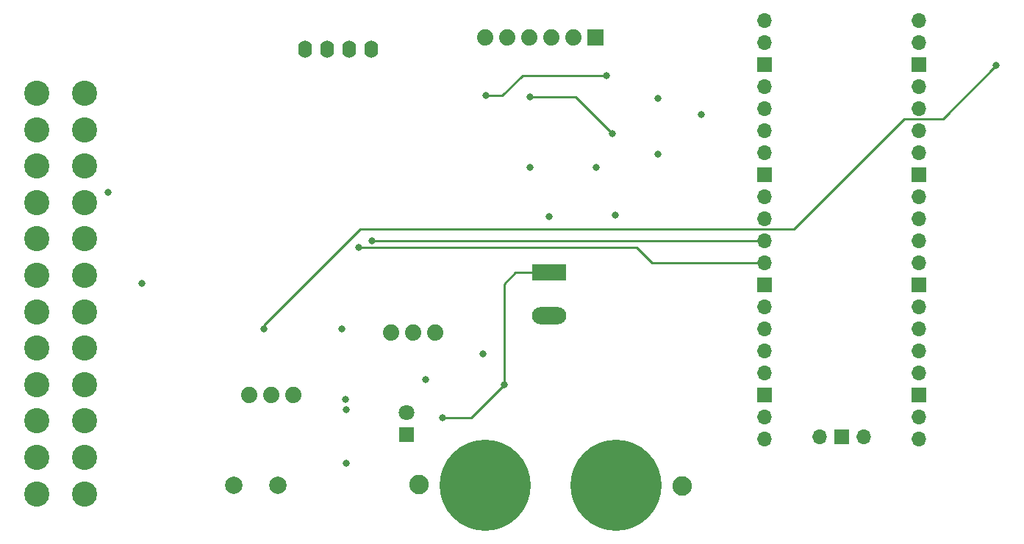
<source format=gbr>
%TF.GenerationSoftware,KiCad,Pcbnew,6.0.2+dfsg-1*%
%TF.CreationDate,2023-01-31T14:14:15-05:00*%
%TF.ProjectId,atx-power-fixture,6174782d-706f-4776-9572-2d6669787475,1.0*%
%TF.SameCoordinates,Original*%
%TF.FileFunction,Copper,L2,Inr*%
%TF.FilePolarity,Positive*%
%FSLAX46Y46*%
G04 Gerber Fmt 4.6, Leading zero omitted, Abs format (unit mm)*
G04 Created by KiCad (PCBNEW 6.0.2+dfsg-1) date 2023-01-31 14:14:15*
%MOMM*%
%LPD*%
G01*
G04 APERTURE LIST*
%TA.AperFunction,ComponentPad*%
%ADD10C,2.247900*%
%TD*%
%TA.AperFunction,ComponentPad*%
%ADD11C,10.500000*%
%TD*%
%TA.AperFunction,ComponentPad*%
%ADD12C,2.898140*%
%TD*%
%TA.AperFunction,ComponentPad*%
%ADD13R,3.960000X1.980000*%
%TD*%
%TA.AperFunction,ComponentPad*%
%ADD14O,3.960000X1.980000*%
%TD*%
%TA.AperFunction,ComponentPad*%
%ADD15O,1.600000X2.000000*%
%TD*%
%TA.AperFunction,ComponentPad*%
%ADD16O,1.700000X1.700000*%
%TD*%
%TA.AperFunction,ComponentPad*%
%ADD17R,1.700000X1.700000*%
%TD*%
%TA.AperFunction,ComponentPad*%
%ADD18C,1.879600*%
%TD*%
%TA.AperFunction,ComponentPad*%
%ADD19R,1.879600X1.879600*%
%TD*%
%TA.AperFunction,ComponentPad*%
%ADD20R,1.800000X1.800000*%
%TD*%
%TA.AperFunction,ComponentPad*%
%ADD21C,1.800000*%
%TD*%
%TA.AperFunction,ComponentPad*%
%ADD22C,2.000000*%
%TD*%
%TA.AperFunction,ViaPad*%
%ADD23C,0.800000*%
%TD*%
%TA.AperFunction,Conductor*%
%ADD24C,0.250000*%
%TD*%
G04 APERTURE END LIST*
D10*
%TO.N,GND*%
%TO.C,J3*%
X165229375Y-107900000D03*
D11*
X157609375Y-107849200D03*
%TD*%
D10*
%TO.N,+12V*%
%TO.C,J4*%
X134870625Y-107753676D03*
D11*
X142490625Y-107804476D03*
%TD*%
D12*
%TO.N,+3V3*%
%TO.C,J1*%
X96400000Y-62599280D03*
X96400000Y-66800440D03*
%TO.N,GND*%
X96400000Y-70999060D03*
%TO.N,+5V*%
X96400000Y-75200220D03*
%TO.N,GND*%
X96400000Y-79398840D03*
%TO.N,+5V*%
X96400000Y-83600000D03*
%TO.N,GND*%
X96400000Y-87796080D03*
%TO.N,Net-(J1-Pad8)*%
X96400000Y-91997240D03*
%TO.N,unconnected-(J1-Pad9)*%
X96400000Y-96195860D03*
%TO.N,+12Vin*%
X96400000Y-100397020D03*
X96400000Y-104595640D03*
%TO.N,+3V3*%
X96400000Y-108796800D03*
X90900900Y-62599280D03*
%TO.N,unconnected-(J1-Pad14)*%
X90900900Y-66800440D03*
%TO.N,GND*%
X90900900Y-70999060D03*
%TO.N,Net-(J1-Pad16)*%
X90900900Y-75200220D03*
%TO.N,GND*%
X90900900Y-79398840D03*
X90900900Y-83600000D03*
X90900900Y-87796080D03*
%TO.N,unconnected-(J1-Pad20)*%
X90900900Y-91997240D03*
%TO.N,+5V*%
X90900900Y-96195860D03*
X90900900Y-100397020D03*
X90900900Y-104595640D03*
%TO.N,GND*%
X90900900Y-108796800D03*
%TD*%
D13*
%TO.N,IGNITION*%
%TO.C,J2*%
X149900000Y-83300000D03*
D14*
%TO.N,GND*%
X149900000Y-88300000D03*
%TD*%
D15*
%TO.N,GND*%
%TO.C,U1*%
X121780000Y-57550000D03*
%TO.N,+3V3*%
X124320000Y-57550000D03*
%TO.N,SCL*%
X126860000Y-57550000D03*
%TO.N,SDA*%
X129400000Y-57550000D03*
%TD*%
D16*
%TO.N,LocalTX*%
%TO.C,U3*%
X174700000Y-54220000D03*
%TO.N,LocalRX*%
X174700000Y-56760000D03*
D17*
%TO.N,GND*%
X174700000Y-59300000D03*
D16*
%TO.N,LocalRTS*%
X174700000Y-61840000D03*
%TO.N,LocalCTS*%
X174700000Y-64380000D03*
%TO.N,unconnected-(U3-Pad6)*%
X174700000Y-66920000D03*
%TO.N,unconnected-(U3-Pad7)*%
X174700000Y-69460000D03*
D17*
%TO.N,GND*%
X174700000Y-72000000D03*
D16*
%TO.N,unconnected-(U3-Pad9)*%
X174700000Y-74540000D03*
%TO.N,unconnected-(U3-Pad10)*%
X174700000Y-77080000D03*
%TO.N,SDA*%
X174700000Y-79620000D03*
%TO.N,SCL*%
X174700000Y-82160000D03*
D17*
%TO.N,GND*%
X174700000Y-84700000D03*
D16*
%TO.N,unconnected-(U3-Pad14)*%
X174700000Y-87240000D03*
%TO.N,unconnected-(U3-Pad15)*%
X174700000Y-89780000D03*
%TO.N,unconnected-(U3-Pad16)*%
X174700000Y-92320000D03*
%TO.N,unconnected-(U3-Pad17)*%
X174700000Y-94860000D03*
D17*
%TO.N,GND*%
X174700000Y-97400000D03*
D16*
%TO.N,unconnected-(U3-Pad19)*%
X174700000Y-99940000D03*
%TO.N,unconnected-(U3-Pad20)*%
X174700000Y-102480000D03*
%TO.N,Net-(Q2-Pad1)*%
X192480000Y-102480000D03*
%TO.N,Net-(R8-Pad2)*%
X192480000Y-99940000D03*
D17*
%TO.N,GND*%
X192480000Y-97400000D03*
D16*
X192480000Y-94860000D03*
%TO.N,unconnected-(U3-Pad25)*%
X192480000Y-92320000D03*
%TO.N,unconnected-(U3-Pad26)*%
X192480000Y-89780000D03*
%TO.N,unconnected-(U3-Pad27)*%
X192480000Y-87240000D03*
D17*
%TO.N,GND*%
X192480000Y-84700000D03*
D16*
%TO.N,unconnected-(U3-Pad29)*%
X192480000Y-82160000D03*
%TO.N,unconnected-(U3-Pad30)*%
X192480000Y-79620000D03*
%TO.N,unconnected-(U3-Pad31)*%
X192480000Y-77080000D03*
%TO.N,unconnected-(U3-Pad32)*%
X192480000Y-74540000D03*
D17*
%TO.N,GND*%
X192480000Y-72000000D03*
D16*
%TO.N,unconnected-(U3-Pad34)*%
X192480000Y-69460000D03*
%TO.N,unconnected-(U3-Pad35)*%
X192480000Y-66920000D03*
%TO.N,unconnected-(U3-Pad36)*%
X192480000Y-64380000D03*
%TO.N,unconnected-(U3-Pad37)*%
X192480000Y-61840000D03*
D17*
%TO.N,GND*%
X192480000Y-59300000D03*
D16*
%TO.N,/VSYS*%
X192480000Y-56760000D03*
%TO.N,/VBUS*%
X192480000Y-54220000D03*
%TO.N,unconnected-(U3-Pad41)*%
X181050000Y-102250000D03*
D17*
%TO.N,GND*%
X183590000Y-102250000D03*
D16*
%TO.N,unconnected-(U3-Pad43)*%
X186130000Y-102250000D03*
%TD*%
D18*
%TO.N,GND*%
%TO.C,SW2*%
X136740000Y-90200000D03*
%TO.N,Net-(R8-Pad2)*%
X134200000Y-90200000D03*
%TO.N,N/C*%
X131660000Y-90200000D03*
%TD*%
D19*
%TO.N,GND*%
%TO.C,J5*%
X155260000Y-56200000D03*
D18*
%TO.N,ConsoleCTS*%
X152720000Y-56200000D03*
%TO.N,Net-(J5-Pad3)*%
X150180000Y-56200000D03*
%TO.N,ConsoleTX*%
X147640000Y-56200000D03*
%TO.N,ConsoleRX*%
X145100000Y-56200000D03*
%TO.N,ConsoleRTS*%
X142560000Y-56200000D03*
%TD*%
D20*
%TO.N,GND*%
%TO.C,D1*%
X133500000Y-102000000D03*
D21*
%TO.N,Net-(D1-Pad2)*%
X133500000Y-99460000D03*
%TD*%
D22*
%TO.N,+12Vin*%
%TO.C,F1*%
X113600000Y-107800000D03*
%TO.N,Net-(F1-Pad2)*%
X118680000Y-107800000D03*
%TD*%
D18*
%TO.N,GND*%
%TO.C,SW1*%
X120440000Y-97400000D03*
%TO.N,Net-(J1-Pad16)*%
X117900000Y-97400000D03*
%TO.N,N/C*%
X115360000Y-97400000D03*
%TD*%
D23*
%TO.N,GND*%
X162430000Y-63170000D03*
X147670000Y-71130000D03*
X126000000Y-89800000D03*
X126524500Y-105300000D03*
X162440000Y-69640000D03*
X155270000Y-71170000D03*
X142300000Y-92700000D03*
%TO.N,+5V*%
X201400000Y-59400000D03*
X117000000Y-89800000D03*
%TO.N,IGNITION*%
X137600000Y-100000000D03*
X144700000Y-96200000D03*
%TO.N,LocalRX*%
X167400000Y-65100000D03*
%TO.N,LocalRTS*%
X157500000Y-76700000D03*
%TO.N,LocalTX*%
X149900000Y-76800000D03*
%TO.N,SDA*%
X129453751Y-79624713D03*
X126500000Y-99100000D03*
%TO.N,SCL*%
X128000000Y-80400000D03*
X126400000Y-97900000D03*
%TO.N,Net-(J1-Pad16)*%
X99100000Y-74000000D03*
X103000000Y-84500000D03*
%TO.N,Net-(Q2-Pad1)*%
X135700000Y-95600000D03*
%TO.N,Net-(R4-Pad2)*%
X157200000Y-67300000D03*
X147700000Y-63000000D03*
%TO.N,Net-(R5-Pad2)*%
X142600000Y-62900000D03*
X156500000Y-60600000D03*
%TD*%
D24*
%TO.N,+5V*%
X195245489Y-65554511D02*
X201400000Y-59400000D01*
X178045489Y-78254511D02*
X190745489Y-65554511D01*
X117000000Y-89800000D02*
X117000000Y-89400000D01*
X190745489Y-65554511D02*
X195245489Y-65554511D01*
X117000000Y-89400000D02*
X128145489Y-78254511D01*
X128145489Y-78254511D02*
X178045489Y-78254511D01*
%TO.N,IGNITION*%
X140900000Y-100000000D02*
X144700000Y-96200000D01*
X144700000Y-96200000D02*
X144700000Y-84600000D01*
X137600000Y-100000000D02*
X140900000Y-100000000D01*
X144700000Y-84600000D02*
X146000000Y-83300000D01*
X146000000Y-83300000D02*
X149900000Y-83300000D01*
%TO.N,SDA*%
X129453751Y-79624713D02*
X131715287Y-79624713D01*
X131715287Y-79624713D02*
X131720000Y-79620000D01*
X131720000Y-79620000D02*
X174700000Y-79620000D01*
%TO.N,SCL*%
X160000000Y-80400000D02*
X128000000Y-80400000D01*
X174700000Y-82160000D02*
X161760000Y-82160000D01*
X161760000Y-82160000D02*
X160000000Y-80400000D01*
%TO.N,Net-(R4-Pad2)*%
X147700000Y-63000000D02*
X152900000Y-63000000D01*
X152900000Y-63000000D02*
X157200000Y-67300000D01*
%TO.N,Net-(R5-Pad2)*%
X142600000Y-62900000D02*
X144500000Y-62900000D01*
X144500000Y-62900000D02*
X146800000Y-60600000D01*
X146800000Y-60600000D02*
X156500000Y-60600000D01*
%TD*%
M02*

</source>
